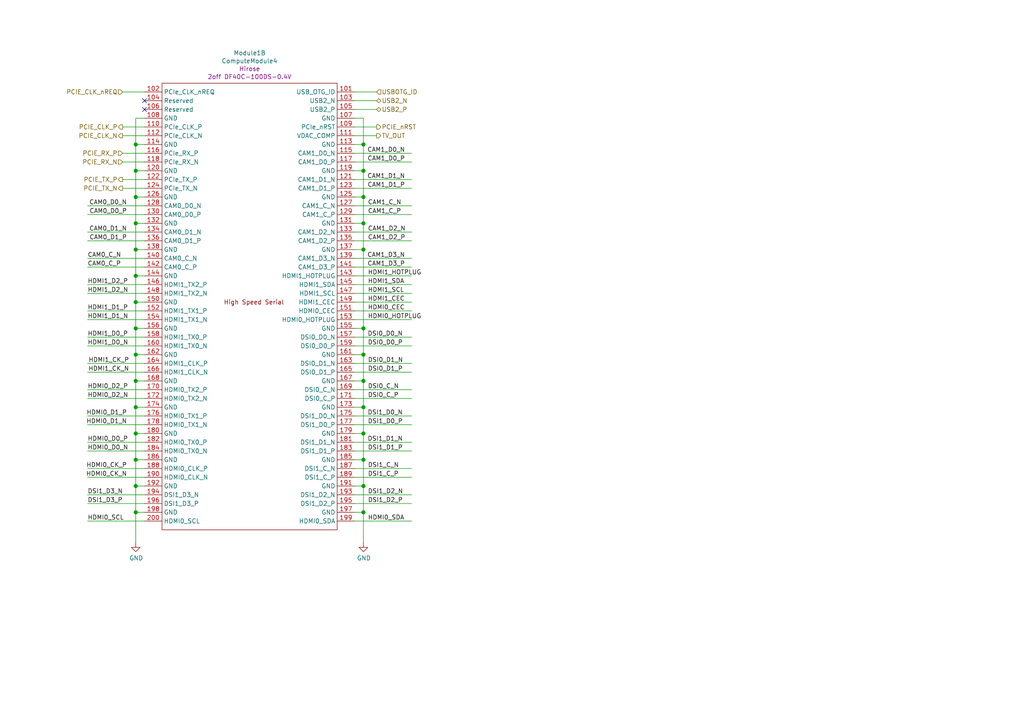
<source format=kicad_sch>
(kicad_sch (version 20231120) (generator "eeschema") (generator_version "8.0")
  (paper "A4")
  (title_block (title "Compute Module 4 IO Board - CM4 - Highspeed") (rev "1") (company "© 2020-2022 Raspberry Pi Ltd (formerly Raspberry Pi (Trading) Ltd.)") (comment 1 "www.raspberrypi.com"))
  (lib_symbols
    (symbol "CM4IO:ComputeModule4-CM4"
      (property "Reference" "Module" (at 113.03 -68.58 0))
      (property "Value" "ComputeModule4-CM4" (at 140.97 2.54 0))
      (property "Field4" "Hirose" (at 0 0 0))
      (property "Field5" "2x DF40C-100DS-0.4V" (at 0 -2.54 0))
      (symbol "ComputeModule4-CM4_1_0"
        (text "GPIO" (at 0 6.35 0) (effects (font (size 1.27 1.27))))
      )
      (symbol "ComputeModule4-CM4_1_1"
        (rectangle (start -30.48 -71.12) (end 25.4 58.42))
        (text "600mA Max" (at -8.89 -53.34 0) (effects (font (size 1.27 1.27))))
        (text "600mA Max" (at -8.89 -48.26 0) (effects (font (size 1.27 1.27))))
        (text "NB SD signals are only available" (at -1.27 -27.94 0) (effects (font (size 1.27 1.27))))
        (text "on modules without eMMC" (at -1.27 -30.48 0) (effects (font (size 1.27 1.27))))
        (pin power_in line (at 27.94 55.88 180) (length 2.54) (name "GND") (number "1"))
        (pin passive line (at -33.02 45.72 0) (length 2.54) (name "Ethernet_Pair0_N") (number "10"))
        (pin output line (at -33.02 -68.58 0) (length 2.54) (name "nEXTRST") (number "100"))
        (pin passive line (at 27.94 43.18 180) (length 2.54) (name "Ethernet_Pair2_P") (number "11"))
        (pin passive line (at -33.02 43.18 0) (length 2.54) (name "Ethernet_Pair0_P") (number "12"))
        (pin power_in line (at 27.94 40.64 180) (length 2.54) (name "GND") (number "13"))
        (pin power_in line (at -33.02 40.64 0) (length 2.54) (name "GND") (number "14"))
        (pin output line (at 27.94 38.1 180) (length 2.54) (name "Ethernet_nLED3(3.3v)") (number "15"))
        (pin input line (at -33.02 38.1 0) (length 2.54) (name "Ethernet_SYNC_IN(1.8v)") (number "16"))
        (pin output line (at 27.94 35.56 180) (length 2.54) (name "Ethernet_nLED2(3.3v)") (number "17"))
        (pin input line (at -33.02 35.56 0) (length 2.54) (name "Ethernet_SYNC_OUT(1.8v)") (number "18"))
        (pin output line (at 27.94 33.02 180) (length 2.54) (name "Ethernet_nLED1(3.3v)") (number "19"))
        (pin power_in line (at -33.02 55.88 0) (length 2.54) (name "GND") (number "2"))
        (pin passive line (at -33.02 33.02 0) (length 2.54) (name "EEPROM_nWP") (number "20"))
        (pin open_collector line (at 27.94 30.48 180) (length 2.54) (name "PI_nLED_Activity") (number "21"))
        (pin power_in line (at -33.02 30.48 0) (length 2.54) (name "GND") (number "22"))
        (pin power_in line (at 27.94 27.94 180) (length 2.54) (name "GND") (number "23"))
        (pin passive line (at -33.02 27.94 0) (length 2.54) (name "GPIO26") (number "24"))
        (pin passive line (at 27.94 25.4 180) (length 2.54) (name "GPIO21") (number "25"))
        (pin passive line (at -33.02 25.4 0) (length 2.54) (name "GPIO19") (number "26"))
        (pin passive line (at 27.94 22.86 180) (length 2.54) (name "GPIO20") (number "27"))
        (pin passive line (at -33.02 22.86 0) (length 2.54) (name "GPIO13") (number "28"))
        (pin passive line (at 27.94 20.32 180) (length 2.54) (name "GPIO16") (number "29"))
        (pin passive line (at 27.94 53.34 180) (length 2.54) (name "Ethernet_Pair3_P") (number "3"))
        (pin passive line (at -33.02 20.32 0) (length 2.54) (name "GPIO6") (number "30"))
        (pin passive line (at 27.94 17.78 180) (length 2.54) (name "GPIO12") (number "31"))
        (pin power_in line (at -33.02 17.78 0) (length 2.54) (name "GND") (number "32"))
        (pin power_in line (at 27.94 15.24 180) (length 2.54) (name "GND") (number "33"))
        (pin passive line (at -33.02 15.24 0) (length 2.54) (name "GPIO5") (number "34"))
        (pin passive line (at 27.94 12.7 180) (length 2.54) (name "ID_SC") (number "35"))
        (pin passive line (at -33.02 12.7 0) (length 2.54) (name "ID_SD") (number "36"))
        (pin passive line (at 27.94 10.16 180) (length 2.54) (name "GPIO7") (number "37"))
        (pin passive line (at -33.02 10.16 0) (length 2.54) (name "GPIO11") (number "38"))
        (pin passive line (at 27.94 7.62 180) (length 2.54) (name "GPIO8") (number "39"))
        (pin passive line (at -33.02 53.34 0) (length 2.54) (name "Ethernet_Pair1_P") (number "4"))
        (pin passive line (at -33.02 7.62 0) (length 2.54) (name "GPIO9") (number "40"))
        (pin passive line (at 27.94 5.08 180) (length 2.54) (name "GPIO25") (number "41"))
        (pin power_in line (at -33.02 5.08 0) (length 2.54) (name "GND") (number "42"))
        (pin power_in line (at 27.94 2.54 180) (length 2.54) (name "GND") (number "43"))
        (pin passive line (at -33.02 2.54 0) (length 2.54) (name "GPIO10") (number "44"))
        (pin passive line (at 27.94 0 180) (length 2.54) (name "GPIO24") (number "45"))
        (pin passive line (at -33.02 0 0) (length 2.54) (name "GPIO22") (number "46"))
        (pin passive line (at 27.94 -2.54 180) (length 2.54) (name "GPIO23") (number "47"))
        (pin passive line (at -33.02 -2.54 0) (length 2.54) (name "GPIO27") (number "48"))
        (pin passive line (at 27.94 -5.08 180) (length 2.54) (name "GPIO18") (number "49"))
        (pin passive line (at 27.94 50.8 180) (length 2.54) (name "Ethernet_Pair3_N") (number "5"))
        (pin passive line (at -33.02 -5.08 0) (length 2.54) (name "GPIO17") (number "50"))
        (pin passive line (at 27.94 -7.62 180) (length 2.54) (name "GPIO15") (number "51"))
        (pin power_in line (at -33.02 -7.62 0) (length 2.54) (name "GND") (number "52"))
        (pin power_in line (at 27.94 -10.16 180) (length 2.54) (name "GND") (number "53"))
        (pin passive line (at -33.02 -10.16 0) (length 2.54) (name "GPIO4") (number "54"))
        (pin passive line (at 27.94 -12.7 180) (length 2.54) (name "GPIO14") (number "55"))
        (pin passive line (at -33.02 -12.7 0) (length 2.54) (name "GPIO3") (number "56"))
        (pin passive line (at 27.94 -15.24 180) (length 2.54) (name "SD_CLK") (number "57"))
        (pin passive line (at -33.02 -15.24 0) (length 2.54) (name "GPIO2") (number "58"))
        (pin power_in line (at 27.94 -17.78 180) (length 2.54) (name "GND") (number "59"))
        (pin passive line (at -33.02 50.8 0) (length 2.54) (name "Ethernet_Pair1_N") (number "6"))
        (pin power_in line (at -33.02 -17.78 0) (length 2.54) (name "GND") (number "60"))
        (pin passive line (at 27.94 -20.32 180) (length 2.54) (name "SD_DAT3") (number "61"))
        (pin passive line (at -33.02 -20.32 0) (length 2.54) (name "SD_CMD") (number "62"))
        (pin passive line (at 27.94 -22.86 180) (length 2.54) (name "SD_DAT0") (number "63"))
        (pin passive line (at -33.02 -22.86 0) (length 2.54) (name "SD_DAT5") (number "64"))
        (pin power_in line (at 27.94 -25.4 180) (length 2.54) (name "GND") (number "65"))
        (pin power_in line (at -33.02 -25.4 0) (length 2.54) (name "GND") (number "66"))
        (pin passive line (at 27.94 -27.94 180) (length 2.54) (name "SD_DAT1") (number "67"))
        (pin passive line (at -33.02 -27.94 0) (length 2.54) (name "SD_DAT4") (number "68"))
        (pin passive line (at 27.94 -30.48 180) (length 2.54) (name "SD_DAT2") (number "69"))
        (pin power_in line (at 27.94 48.26 180) (length 2.54) (name "GND") (number "7"))
        (pin passive line (at -33.02 -30.48 0) (length 2.54) (name "SD_DAT7") (number "70"))
        (pin power_in line (at 27.94 -33.02 180) (length 2.54) (name "GND") (number "71"))
        (pin passive line (at -33.02 -33.02 0) (length 2.54) (name "SD_DAT6") (number "72"))
        (pin input line (at 27.94 -35.56 180) (length 2.54) (name "SD_VDD_Override") (number "73"))
        (pin power_in line (at -33.02 -35.56 0) (length 2.54) (name "GND") (number "74"))
        (pin output line (at 27.94 -38.1 180) (length 2.54) (name "SD_PWR_ON") (number "75"))
        (pin passive line (at -33.02 -38.1 0) (length 2.54) (name "Reserved") (number "76"))
        (pin power_in line (at 27.94 -40.64 180) (length 2.54) (name "+5v_(Input)") (number "77"))
        (pin power_in line (at -33.02 -40.64 0) (length 2.54) (name "GPIO_VREF(1.8v/3.3v_Input)") (number "78"))
        (pin power_in line (at 27.94 -43.18 180) (length 2.54) (name "+5v_(Input)") (number "79"))
        (pin power_in line (at -33.02 48.26 0) (length 2.54) (name "GND") (number "8"))
        (pin passive line (at -33.02 -43.18 0) (length 2.54) (name "SCL0") (number "80"))
        (pin power_in line (at 27.94 -45.72 180) (length 2.54) (name "+5v_(Input)") (number "81"))
        (pin passive line (at -33.02 -45.72 0) (length 2.54) (name "SDA0") (number "82"))
        (pin power_in line (at 27.94 -48.26 180) (length 2.54) (name "+5v_(Input)") (number "83"))
        (pin power_out line (at -33.02 -48.26 0) (length 2.54) (name "+3.3v_(Output)") (number "84"))
        (pin power_in line (at 27.94 -50.8 180) (length 2.54) (name "+5v_(Input)") (number "85"))
        (pin power_out line (at -33.02 -50.8 0) (length 2.54) (name "+3.3v_(Output)") (number "86"))
        (pin power_in line (at 27.94 -53.34 180) (length 2.54) (name "+5v_(Input)") (number "87"))
        (pin power_out line (at -33.02 -53.34 0) (length 2.54) (name "+1.8v_(Output)") (number "88"))
        (pin power_in line (at 27.94 -55.88 180) (length 2.54) (name "WiFi_nDisable") (number "89"))
        (pin passive line (at 27.94 45.72 180) (length 2.54) (name "Ethernet_Pair2_N") (number "9"))
        (pin power_out line (at -33.02 -55.88 0) (length 2.54) (name "+1.8v_(Output)") (number "90"))
        (pin power_in line (at 27.94 -58.42 180) (length 2.54) (name "BT_nDisable") (number "91"))
        (pin passive line (at -33.02 -58.42 0) (length 2.54) (name "RUN_PG") (number "92"))
        (pin input line (at 27.94 -60.96 180) (length 2.54) (name "nRPIBOOT") (number "93"))
        (pin passive line (at -33.02 -60.96 0) (length 2.54) (name "AnalogIP0") (number "94"))
        (pin output line (at 27.94 -63.5 180) (length 2.54) (name "nPI_LED_PWR") (number "95"))
        (pin passive line (at -33.02 -63.5 0) (length 2.54) (name "AnalogIP1") (number "96"))
        (pin passive line (at 27.94 -66.04 180) (length 2.54) (name "Camera_GPIO") (number "97"))
        (pin power_in line (at -33.02 -66.04 0) (length 2.54) (name "GND") (number "98"))
        (pin input line (at 27.94 -68.58 180) (length 2.54) (name "Global_EN") (number "99"))
      )
      (symbol "ComputeModule4-CM4_2_1"
        (rectangle (start 114.3 -66.04) (end 165.1 63.5))
        (text "High Speed Serial" (at 140.97 0 0) (effects (font (size 1.27 1.27))))
        (pin input line (at 170.18 60.96 180) (length 5.08) (name "USB_OTG_ID") (number "101"))
        (pin input line (at 109.22 60.96 0) (length 5.08) (name "PCIe_CLK_nREQ") (number "102"))
        (pin passive line (at 170.18 58.42 180) (length 5.08) (name "USB2_N") (number "103"))
        (pin passive line (at 109.22 58.42 0) (length 5.08) (name "Reserved") (number "104"))
        (pin passive line (at 170.18 55.88 180) (length 5.08) (name "USB2_P") (number "105"))
        (pin passive line (at 109.22 55.88 0) (length 5.08) (name "Reserved") (number "106"))
        (pin power_in line (at 170.18 53.34 180) (length 5.08) (name "GND") (number "107"))
        (pin power_in line (at 109.22 53.34 0) (length 5.08) (name "GND") (number "108"))
        (pin bidirectional line (at 170.18 50.8 180) (length 5.08) (name "PCIe_nRST") (number "109"))
        (pin output line (at 109.22 50.8 0) (length 5.08) (name "PCIe_CLK_P") (number "110"))
        (pin passive line (at 170.18 48.26 180) (length 5.08) (name "VDAC_COMP") (number "111"))
        (pin output line (at 109.22 48.26 0) (length 5.08) (name "PCIe_CLK_N") (number "112"))
        (pin power_in line (at 170.18 45.72 180) (length 5.08) (name "GND") (number "113"))
        (pin power_in line (at 109.22 45.72 0) (length 5.08) (name "GND") (number "114"))
        (pin input line (at 170.18 43.18 180) (length 5.08) (name "CAM1_D0_N") (number "115"))
        (pin input line (at 109.22 43.18 0) (length 5.08) (name "PCIe_RX_P") (number "116"))
        (pin input line (at 170.18 40.64 180) (length 5.08) (name "CAM1_D0_P") (number "117"))
        (pin input line (at 109.22 40.64 0) (length 5.08) (name "PCIe_RX_N") (number "118"))
        (pin power_in line (at 170.18 38.1 180) (length 5.08) (name "GND") (number "119"))
        (pin power_in line (at 109.22 38.1 0) (length 5.08) (name "GND") (number "120"))
        (pin input line (at 170.18 35.56 180) (length 5.08) (name "CAM1_D1_N") (number "121"))
        (pin output line (at 109.22 35.56 0) (length 5.08) (name "PCIe_TX_P") (number "122"))
        (pin input line (at 170.18 33.02 180) (length 5.08) (name "CAM1_D1_P") (number "123"))
        (pin output line (at 109.22 33.02 0) (length 5.08) (name "PCIe_TX_N") (number "124"))
        (pin power_in line (at 170.18 30.48 180) (length 5.08) (name "GND") (number "125"))
        (pin power_in line (at 109.22 30.48 0) (length 5.08) (name "GND") (number "126"))
        (pin input line (at 170.18 27.94 180) (length 5.08) (name "CAM1_C_N") (number "127"))
        (pin input line (at 109.22 27.94 0) (length 5.08) (name "CAM0_D0_N") (number "128"))
        (pin input line (at 170.18 25.4 180) (length 5.08) (name "CAM1_C_P") (number "129"))
        (pin input line (at 109.22 25.4 0) (length 5.08) (name "CAM0_D0_P") (number "130"))
        (pin power_in line (at 170.18 22.86 180) (length 5.08) (name "GND") (number "131"))
        (pin power_in line (at 109.22 22.86 0) (length 5.08) (name "GND") (number "132"))
        (pin input line (at 170.18 20.32 180) (length 5.08) (name "CAM1_D2_N") (number "133"))
        (pin input line (at 109.22 20.32 0) (length 5.08) (name "CAM0_D1_N") (number "134"))
        (pin input line (at 170.18 17.78 180) (length 5.08) (name "CAM1_D2_P") (number "135"))
        (pin input line (at 109.22 17.78 0) (length 5.08) (name "CAM0_D1_P") (number "136"))
        (pin power_in line (at 170.18 15.24 180) (length 5.08) (name "GND") (number "137"))
        (pin power_in line (at 109.22 15.24 0) (length 5.08) (name "GND") (number "138"))
        (pin input line (at 170.18 12.7 180) (length 5.08) (name "CAM1_D3_N") (number "139"))
        (pin input line (at 109.22 12.7 0) (length 5.08) (name "CAM0_C_N") (number "140"))
        (pin input line (at 170.18 10.16 180) (length 5.08) (name "CAM1_D3_P") (number "141"))
        (pin input line (at 109.22 10.16 0) (length 5.08) (name "CAM0_C_P") (number "142"))
        (pin input line (at 170.18 7.62 180) (length 5.08) (name "HDMI1_HOTPLUG") (number "143"))
        (pin power_in line (at 109.22 7.62 0) (length 5.08) (name "GND") (number "144"))
        (pin bidirectional line (at 170.18 5.08 180) (length 5.08) (name "HDMI1_SDA") (number "145"))
        (pin output line (at 109.22 5.08 0) (length 5.08) (name "HDMI1_TX2_P") (number "146"))
        (pin open_collector line (at 170.18 2.54 180) (length 5.08) (name "HDMI1_SCL") (number "147"))
        (pin output line (at 109.22 2.54 0) (length 5.08) (name "HDMI1_TX2_N") (number "148"))
        (pin open_collector line (at 170.18 0 180) (length 5.08) (name "HDMI1_CEC") (number "149"))
        (pin power_in line (at 109.22 0 0) (length 5.08) (name "GND") (number "150"))
        (pin open_collector line (at 170.18 -2.54 180) (length 5.08) (name "HDMI0_CEC") (number "151"))
        (pin output line (at 109.22 -2.54 0) (length 5.08) (name "HDMI1_TX1_P") (number "152"))
        (pin input line (at 170.18 -5.08 180) (length 5.08) (name "HDMI0_HOTPLUG") (number "153"))
        (pin output line (at 109.22 -5.08 0) (length 5.08) (name "HDMI1_TX1_N") (number "154"))
        (pin power_in line (at 170.18 -7.62 180) (length 5.08) (name "GND") (number "155"))
        (pin power_in line (at 109.22 -7.62 0) (length 5.08) (name "GND") (number "156"))
        (pin output line (at 170.18 -10.16 180) (length 5.08) (name "DSI0_D0_N") (number "157"))
        (pin output line (at 109.22 -10.16 0) (length 5.08) (name "HDMI1_TX0_P") (number "158"))
        (pin output line (at 170.18 -12.7 180) (length 5.08) (name "DSI0_D0_P") (number "159"))
        (pin output line (at 109.22 -12.7 0) (length 5.08) (name "HDMI1_TX0_N") (number "160"))
        (pin power_in line (at 170.18 -15.24 180) (length 5.08) (name "GND") (number "161"))
        (pin power_in line (at 109.22 -15.24 0) (length 5.08) (name "GND") (number "162"))
        (pin output line (at 170.18 -17.78 180) (length 5.08) (name "DSI0_D1_N") (number "163"))
        (pin output line (at 109.22 -17.78 0) (length 5.08) (name "HDMI1_CLK_P") (number "164"))
        (pin output line (at 170.18 -20.32 180) (length 5.08) (name "DSI0_D1_P") (number "165"))
        (pin output line (at 109.22 -20.32 0) (length 5.08) (name "HDMI1_CLK_N") (number "166"))
        (pin power_in line (at 170.18 -22.86 180) (length 5.08) (name "GND") (number "167"))
        (pin power_in line (at 109.22 -22.86 0) (length 5.08) (name "GND") (number "168"))
        (pin output line (at 170.18 -25.4 180) (length 5.08) (name "DSI0_C_N") (number "169"))
        (pin output line (at 109.22 -25.4 0) (length 5.08) (name "HDMI0_TX2_P") (number "170"))
        (pin output line (at 170.18 -27.94 180) (length 5.08) (name "DSI0_C_P") (number "171"))
        (pin output line (at 109.22 -27.94 0) (length 5.08) (name "HDMI0_TX2_N") (number "172"))
        (pin power_in line (at 170.18 -30.48 180) (length 5.08) (name "GND") (number "173"))
        (pin power_in line (at 109.22 -30.48 0) (length 5.08) (name "GND") (number "174"))
        (pin output line (at 170.18 -33.02 180) (length 5.08) (name "DSI1_D0_N") (number "175"))
        (pin output line (at 109.22 -33.02 0) (length 5.08) (name "HDMI0_TX1_P") (number "176"))
        (pin output line (at 170.18 -35.56 180) (length 5.08) (name "DSI1_D0_P") (number "177"))
        (pin output line (at 109.22 -35.56 0) (length 5.08) (name "HDMI0_TX1_N") (number "178"))
        (pin power_in line (at 170.18 -38.1 180) (length 5.08) (name "GND") (number "179"))
        (pin power_in line (at 109.22 -38.1 0) (length 5.08) (name "GND") (number "180"))
        (pin output line (at 170.18 -40.64 180) (length 5.08) (name "DSI1_D1_N") (number "181"))
        (pin output line (at 109.22 -40.64 0) (length 5.08) (name "HDMI0_TX0_P") (number "182"))
        (pin output line (at 170.18 -43.18 180) (length 5.08) (name "DSI1_D1_P") (number "183"))
        (pin output line (at 109.22 -43.18 0) (length 5.08) (name "HDMI0_TX0_N") (number "184"))
        (pin power_in line (at 170.18 -45.72 180) (length 5.08) (name "GND") (number "185"))
        (pin power_in line (at 109.22 -45.72 0) (length 5.08) (name "GND") (number "186"))
        (pin output line (at 170.18 -48.26 180) (length 5.08) (name "DSI1_C_N") (number "187"))
        (pin output line (at 109.22 -48.26 0) (length 5.08) (name "HDMI0_CLK_P") (number "188"))
        (pin output line (at 170.18 -50.8 180) (length 5.08) (name "DSI1_C_P") (number "189"))
        (pin output line (at 109.22 -50.8 0) (length 5.08) (name "HDMI0_CLK_N") (number "190"))
        (pin power_in line (at 170.18 -53.34 180) (length 5.08) (name "GND") (number "191"))
        (pin power_in line (at 109.22 -53.34 0) (length 5.08) (name "GND") (number "192"))
        (pin output line (at 170.18 -55.88 180) (length 5.08) (name "DSI1_D2_N") (number "193"))
        (pin output line (at 109.22 -55.88 0) (length 5.08) (name "DSI1_D3_N") (number "194"))
        (pin output line (at 170.18 -58.42 180) (length 5.08) (name "DSI1_D2_P") (number "195"))
        (pin output line (at 109.22 -58.42 0) (length 5.08) (name "DSI1_D3_P") (number "196"))
        (pin power_in line (at 170.18 -60.96 180) (length 5.08) (name "GND") (number "197"))
        (pin power_in line (at 109.22 -60.96 0) (length 5.08) (name "GND") (number "198"))
        (pin bidirectional line (at 170.18 -63.5 180) (length 5.08) (name "HDMI0_SDA") (number "199"))
        (pin open_collector line (at 109.22 -63.5 0) (length 5.08) (name "HDMI0_SCL") (number "200"))
      )
    )
    (symbol "power:GND" (power) (pin_names (offset 0))
      (property "Value" "GND" (at 0 -3.81 0))
      (symbol "GND_0_1"
        (polyline (pts (xy 0 0) (xy 0 -1.27) (xy 1.27 -1.27) (xy 0 -2.54) (xy -1.27 -1.27) (xy 0 -1.27)))
      )
      (symbol "GND_1_1"
        (pin power_in line (at 0 0 270) (length 0) hide (name "GND") (number "1"))
      )
    )
  )
  (junction (at 105.41 110.49) (diameter 1.016))
  (junction (at 105.41 49.53) (diameter 1.016))
  (junction (at 39.37 72.39) (diameter 1.016))
  (junction (at 105.41 140.97) (diameter 1.016))
  (junction (at 39.37 57.15) (diameter 1.016))
  (junction (at 39.37 110.49) (diameter 1.016))
  (junction (at 105.41 41.91) (diameter 1.016))
  (junction (at 39.37 49.53) (diameter 1.016))
  (junction (at 105.41 57.15) (diameter 1.016))
  (junction (at 105.41 133.35) (diameter 1.016))
  (junction (at 39.37 140.97) (diameter 1.016))
  (junction (at 105.41 64.77) (diameter 1.016))
  (junction (at 39.37 87.63) (diameter 1.016))
  (junction (at 105.41 148.59) (diameter 1.016))
  (junction (at 39.37 118.11) (diameter 1.016))
  (junction (at 105.41 102.87) (diameter 1.016))
  (junction (at 39.37 148.59) (diameter 1.016))
  (junction (at 105.41 118.11) (diameter 1.016))
  (junction (at 39.37 64.77) (diameter 1.016))
  (junction (at 39.37 125.73) (diameter 1.016))
  (junction (at 39.37 133.35) (diameter 1.016))
  (junction (at 105.41 95.25) (diameter 1.016))
  (junction (at 39.37 41.91) (diameter 1.016))
  (junction (at 105.41 72.39) (diameter 1.016))
  (junction (at 39.37 80.01) (diameter 1.016))
  (junction (at 39.37 102.87) (diameter 1.016))
  (junction (at 39.37 95.25) (diameter 1.016))
  (junction (at 105.41 125.73) (diameter 1.016))
  (no_connect (at 41.91 31.75))
  (no_connect (at 41.91 29.21))
  (wire (pts (xy 102.87 41.91) (xy 105.41 41.91)))
  (wire (pts (xy 39.37 80.01) (xy 39.37 87.63)))
  (wire (pts (xy 41.91 62.23) (xy 25.4 62.23)))
  (wire (pts (xy 39.37 41.91) (xy 41.91 41.91)))
  (wire (pts (xy 105.41 41.91) (xy 105.41 34.29)))
  (wire (pts (xy 102.87 29.21) (xy 109.22 29.21)))
  (wire (pts (xy 25.4 82.55) (xy 41.91 82.55)))
  (wire (pts (xy 102.87 59.69) (xy 119.38 59.69)))
  (wire (pts (xy 41.91 44.45) (xy 35.56 44.45)))
  (wire (pts (xy 102.87 113.03) (xy 119.38 113.03)))
  (wire (pts (xy 119.38 130.81) (xy 102.87 130.81)))
  (wire (pts (xy 102.87 148.59) (xy 105.41 148.59)))
  (wire (pts (xy 105.41 64.77) (xy 105.41 57.15)))
  (wire (pts (xy 102.87 107.95) (xy 119.38 107.95)))
  (wire (pts (xy 102.87 67.31) (xy 119.38 67.31)))
  (wire (pts (xy 39.37 140.97) (xy 39.37 148.59)))
  (wire (pts (xy 39.37 125.73) (xy 39.37 133.35)))
  (wire (pts (xy 39.37 102.87) (xy 41.91 102.87)))
  (wire (pts (xy 119.38 120.65) (xy 102.87 120.65)))
  (wire (pts (xy 119.38 52.07) (xy 102.87 52.07)))
  (wire (pts (xy 102.87 90.17) (xy 119.38 90.17)))
  (wire (pts (xy 35.56 54.61) (xy 41.91 54.61)))
  (wire (pts (xy 105.41 72.39) (xy 105.41 95.25)))
  (wire (pts (xy 39.37 148.59) (xy 39.37 157.48)))
  (wire (pts (xy 119.38 54.61) (xy 102.87 54.61)))
  (wire (pts (xy 39.37 110.49) (xy 41.91 110.49)))
  (wire (pts (xy 25.4 74.93) (xy 41.91 74.93)))
  (wire (pts (xy 39.37 57.15) (xy 41.91 57.15)))
  (wire (pts (xy 39.37 87.63) (xy 41.91 87.63)))
  (wire (pts (xy 39.37 110.49) (xy 39.37 118.11)))
  (wire (pts (xy 41.91 148.59) (xy 39.37 148.59)))
  (wire (pts (xy 102.87 102.87) (xy 105.41 102.87)))
  (wire (pts (xy 41.91 138.43) (xy 25.4 138.43)))
  (wire (pts (xy 35.56 52.07) (xy 41.91 52.07)))
  (wire (pts (xy 105.41 110.49) (xy 105.41 118.11)))
  (wire (pts (xy 105.41 57.15) (xy 105.41 49.53)))
  (wire (pts (xy 25.4 130.81) (xy 41.91 130.81)))
  (wire (pts (xy 41.91 120.65) (xy 25.4 120.65)))
  (wire (pts (xy 39.37 133.35) (xy 39.37 140.97)))
  (wire (pts (xy 105.41 49.53) (xy 105.41 41.91)))
  (wire (pts (xy 41.91 135.89) (xy 25.4 135.89)))
  (wire (pts (xy 41.91 123.19) (xy 25.4 123.19)))
  (wire (pts (xy 41.91 69.85) (xy 25.4 69.85)))
  (wire (pts (xy 39.37 95.25) (xy 39.37 102.87)))
  (wire (pts (xy 102.87 143.51) (xy 119.38 143.51)))
  (wire (pts (xy 102.87 133.35) (xy 105.41 133.35)))
  (wire (pts (xy 25.4 92.71) (xy 41.91 92.71)))
  (wire (pts (xy 35.56 36.83) (xy 41.91 36.83)))
  (wire (pts (xy 39.37 49.53) (xy 39.37 57.15)))
  (wire (pts (xy 102.87 118.11) (xy 105.41 118.11)))
  (wire (pts (xy 102.87 80.01) (xy 119.38 80.01)))
  (wire (pts (xy 102.87 85.09) (xy 119.38 85.09)))
  (wire (pts (xy 39.37 125.73) (xy 41.91 125.73)))
  (wire (pts (xy 119.38 44.45) (xy 102.87 44.45)))
  (wire (pts (xy 39.37 118.11) (xy 41.91 118.11)))
  (wire (pts (xy 102.87 57.15) (xy 105.41 57.15)))
  (wire (pts (xy 41.91 67.31) (xy 25.4 67.31)))
  (wire (pts (xy 119.38 100.33) (xy 102.87 100.33)))
  (wire (pts (xy 102.87 95.25) (xy 105.41 95.25)))
  (wire (pts (xy 102.87 62.23) (xy 119.38 62.23)))
  (wire (pts (xy 39.37 95.25) (xy 41.91 95.25)))
  (wire (pts (xy 25.4 97.79) (xy 41.91 97.79)))
  (wire (pts (xy 39.37 64.77) (xy 39.37 72.39)))
  (wire (pts (xy 102.87 110.49) (xy 105.41 110.49)))
  (wire (pts (xy 105.41 34.29) (xy 102.87 34.29)))
  (wire (pts (xy 25.4 100.33) (xy 41.91 100.33)))
  (wire (pts (xy 105.41 148.59) (xy 105.41 157.48)))
  (wire (pts (xy 105.41 102.87) (xy 105.41 110.49)))
  (wire (pts (xy 25.4 128.27) (xy 41.91 128.27)))
  (wire (pts (xy 39.37 118.11) (xy 39.37 125.73)))
  (wire (pts (xy 41.91 59.69) (xy 25.4 59.69)))
  (wire (pts (xy 25.4 113.03) (xy 41.91 113.03)))
  (wire (pts (xy 35.56 26.67) (xy 41.91 26.67)))
  (wire (pts (xy 102.87 138.43) (xy 119.38 138.43)))
  (wire (pts (xy 25.4 151.13) (xy 41.91 151.13)))
  (wire (pts (xy 102.87 69.85) (xy 119.38 69.85)))
  (wire (pts (xy 39.37 57.15) (xy 39.37 64.77)))
  (wire (pts (xy 105.41 133.35) (xy 105.41 140.97)))
  (wire (pts (xy 39.37 41.91) (xy 39.37 49.53)))
  (wire (pts (xy 105.41 125.73) (xy 105.41 133.35)))
  (wire (pts (xy 102.87 125.73) (xy 105.41 125.73)))
  (wire (pts (xy 119.38 77.47) (xy 102.87 77.47)))
  (wire (pts (xy 41.91 34.29) (xy 39.37 34.29)))
  (wire (pts (xy 102.87 87.63) (xy 119.38 87.63)))
  (wire (pts (xy 39.37 87.63) (xy 39.37 95.25)))
  (wire (pts (xy 102.87 64.77) (xy 105.41 64.77)))
  (wire (pts (xy 39.37 72.39) (xy 39.37 80.01)))
  (wire (pts (xy 119.38 74.93) (xy 102.87 74.93)))
  (wire (pts (xy 102.87 140.97) (xy 105.41 140.97)))
  (wire (pts (xy 102.87 31.75) (xy 109.22 31.75)))
  (wire (pts (xy 102.87 105.41) (xy 119.38 105.41)))
  (wire (pts (xy 102.87 146.05) (xy 119.38 146.05)))
  (wire (pts (xy 41.91 107.95) (xy 25.4 107.95)))
  (wire (pts (xy 39.37 102.87) (xy 39.37 110.49)))
  (wire (pts (xy 41.91 140.97) (xy 39.37 140.97)))
  (wire (pts (xy 102.87 135.89) (xy 119.38 135.89)))
  (wire (pts (xy 102.87 92.71) (xy 119.38 92.71)))
  (wire (pts (xy 41.91 46.99) (xy 35.56 46.99)))
  (wire (pts (xy 39.37 72.39) (xy 41.91 72.39)))
  (wire (pts (xy 25.4 115.57) (xy 41.91 115.57)))
  (wire (pts (xy 25.4 77.47) (xy 41.91 77.47)))
  (wire (pts (xy 102.87 72.39) (xy 105.41 72.39)))
  (wire (pts (xy 119.38 123.19) (xy 102.87 123.19)))
  (wire (pts (xy 119.38 46.99) (xy 102.87 46.99)))
  (wire (pts (xy 105.41 118.11) (xy 105.41 125.73)))
  (wire (pts (xy 119.38 97.79) (xy 102.87 97.79)))
  (wire (pts (xy 119.38 128.27) (xy 102.87 128.27)))
  (wire (pts (xy 102.87 36.83) (xy 109.22 36.83)))
  (wire (pts (xy 25.4 146.05) (xy 41.91 146.05)))
  (wire (pts (xy 105.41 140.97) (xy 105.41 148.59)))
  (wire (pts (xy 105.41 95.25) (xy 105.41 102.87)))
  (wire (pts (xy 25.4 90.17) (xy 41.91 90.17)))
  (wire (pts (xy 39.37 64.77) (xy 41.91 64.77)))
  (wire (pts (xy 25.4 85.09) (xy 41.91 85.09)))
  (wire (pts (xy 39.37 133.35) (xy 41.91 133.35)))
  (wire (pts (xy 105.41 72.39) (xy 105.41 64.77)))
  (wire (pts (xy 102.87 115.57) (xy 119.38 115.57)))
  (wire (pts (xy 39.37 34.29) (xy 39.37 41.91)))
  (wire (pts (xy 35.56 39.37) (xy 41.91 39.37)))
  (wire (pts (xy 41.91 105.41) (xy 25.4 105.41)))
  (wire (pts (xy 39.37 80.01) (xy 41.91 80.01)))
  (wire (pts (xy 39.37 49.53) (xy 41.91 49.53)))
  (wire (pts (xy 102.87 151.13) (xy 119.38 151.13)))
  (wire (pts (xy 109.22 26.67) (xy 102.87 26.67)))
  (wire (pts (xy 25.4 143.51) (xy 41.91 143.51)))
  (wire (pts (xy 102.87 49.53) (xy 105.41 49.53)))
  (wire (pts (xy 102.87 39.37) (xy 109.22 39.37)))
  (wire (pts (xy 102.87 82.55) (xy 119.38 82.55)))
  (label "HDMI0_CK_P" (at 36.83 135.89 180))
  (label "HDMI1_HOTPLUG" (at 106.68 80.01 0))
  (label "DSI0_C_P" (at 106.68 115.57 0))
  (label "HDMI0_D2_N" (at 25.4 115.57 0))
  (label "DSI1_D0_N" (at 116.84 120.65 180))
  (label "HDMI0_SDA" (at 106.68 151.13 0))
  (label "CAM0_D0_P" (at 36.83 62.23 180))
  (label "HDMI0_HOTPLUG" (at 106.68 92.71 0))
  (label "DSI1_D1_N" (at 116.84 128.27 180))
  (label "CAM0_C_P" (at 25.4 77.47 0))
  (label "CAM0_D1_P" (at 36.83 69.85 180))
  (label "HDMI0_CK_N" (at 36.83 138.43 180))
  (label "CAM1_D3_N" (at 117.475 74.93 180))
  (label "CAM0_D0_N" (at 36.83 59.69 180))
  (label "DSI1_D0_P" (at 116.84 123.19 180))
  (label "HDMI0_SCL" (at 25.4 151.13 0))
  (label "CAM1_D0_N" (at 117.475 44.45 180))
  (label "HDMI1_D0_N" (at 25.4 100.33 0))
  (label "CAM1_D2_P" (at 106.68 69.85 0))
  (label "DSI1_C_P" (at 106.68 138.43 0))
  (label "HDMI0_D1_P" (at 36.83 120.65 180))
  (label "CAM1_C_P" (at 106.68 62.23 0))
  (label "DSI0_C_N" (at 106.68 113.03 0))
  (label "DSI1_D1_P" (at 116.84 130.81 180))
  (label "CAM1_D0_P" (at 117.475 46.99 180))
  (label "HDMI0_D0_N" (at 25.4 130.81 0))
  (label "HDMI0_D0_P" (at 25.4 128.27 0))
  (label "CAM1_D3_P" (at 117.475 77.47 180))
  (label "HDMI0_D1_N" (at 36.83 123.19 180))
  (label "CAM1_D1_N" (at 117.475 52.07 180))
  (label "DSI0_D0_N" (at 116.84 97.79 180))
  (label "DSI1_D3_P" (at 25.4 146.05 0))
  (label "HDMI1_D0_P" (at 25.4 97.79 0))
  (label "DSI0_D1_N" (at 106.68 105.41 0))
  (label "HDMI1_D1_N" (at 25.4 92.71 0))
  (label "HDMI1_CK_P" (at 37.465 105.41 180))
  (label "CAM1_D1_P" (at 117.475 54.61 180))
  (label "HDMI1_SDA" (at 106.68 82.55 0))
  (label "DSI0_D1_P" (at 106.68 107.95 0))
  (label "HDMI1_D2_N" (at 25.4 85.09 0))
  (label "HDMI0_CEC" (at 106.68 90.17 0))
  (label "HDMI0_D2_P" (at 25.4 113.03 0))
  (label "DSI1_D3_N" (at 25.4 143.51 0))
  (label "CAM1_C_N" (at 106.68 59.69 0))
  (label "CAM0_C_N" (at 25.4 74.93 0))
  (label "HDMI1_SCL" (at 106.68 85.09 0))
  (label "HDMI1_D2_P" (at 25.4 82.55 0))
  (label "DSI1_D2_P" (at 106.68 146.05 0))
  (label "HDMI1_D1_P" (at 25.4 90.17 0))
  (label "DSI0_D0_P" (at 116.84 100.33 180))
  (label "DSI1_D2_N" (at 106.68 143.51 0))
  (label "HDMI1_CK_N" (at 37.465 107.95 180))
  (label "CAM1_D2_N" (at 106.68 67.31 0))
  (label "HDMI1_CEC" (at 106.68 87.63 0))
  (label "DSI1_C_N" (at 106.68 135.89 0))
  (label "CAM0_D1_N" (at 36.83 67.31 180))
  (hierarchical_label "PCIE_RX_P" (shape input) (at 35.56 44.45 180))
  (hierarchical_label "TV_OUT" (shape output) (at 109.22 39.37 0))
  (hierarchical_label "PCIE_CLK_N" (shape output) (at 35.56 39.37 180))
  (hierarchical_label "PCIE_nRST" (shape output) (at 109.22 36.83 0))
  (hierarchical_label "PCIE_RX_N" (shape input) (at 35.56 46.99 180))
  (hierarchical_label "PCIE_CLK_nREQ" (shape input) (at 35.56 26.67 180))
  (hierarchical_label "USBOTG_ID" (shape input) (at 109.22 26.67 0))
  (hierarchical_label "USB2_P" (shape bidirectional) (at 109.22 31.75 0))
  (hierarchical_label "PCIE_TX_N" (shape output) (at 35.56 54.61 180))
  (hierarchical_label "PCIE_TX_P" (shape output) (at 35.56 52.07 180))
  (hierarchical_label "USB2_N" (shape bidirectional) (at 109.22 29.21 0))
  (hierarchical_label "PCIE_CLK_P" (shape output) (at 35.56 36.83 180))
  (symbol (lib_id "power:GND") (at 105.41 157.48 0) (unit 1)
    (property "Reference" "#PWR0130" (effects (hide yes)))
    (property "Value" "GND" (at 105.537 161.8742 0))
  )
  (symbol (lib_id "power:GND") (at 39.37 157.48 0) (unit 1)
    (property "Reference" "#PWR0131" (effects (hide yes)))
    (property "Value" "GND" (at 39.497 161.8742 0))
  )
  (symbol (lib_id "CM4IO:ComputeModule4-CM4") (at -67.31 87.63 0) (unit 2)
    (property "Reference" "Module1" (at 72.39 15.367 0))
    (property "Value" "ComputeModule4" (at 72.39 17.6784 0))
    (property "Footprint" "CM4IO:Raspberry-Pi-4-Compute-Module" (effects (hide yes)))
    (property "Field4" "Hirose" (at 72.39 19.9644 0))
    (property "Field5" "2off DF40C-100DS-0.4V" (at 72.39 22.2758 0))
    (property "Field6" "2off DF40C-100DS-0.4V" (effects (hide yes)))
    (property "Field7" "Hirose" (effects (hide yes)))
    (property "Part Description" "	100 Position Connector Receptacle, Center Strip Contacts Surface Mount Gold" (effects (hide yes)))
    (property "Digikey" "2648-SC0671-ND" (effects (hide yes)))
  )
)
</source>
